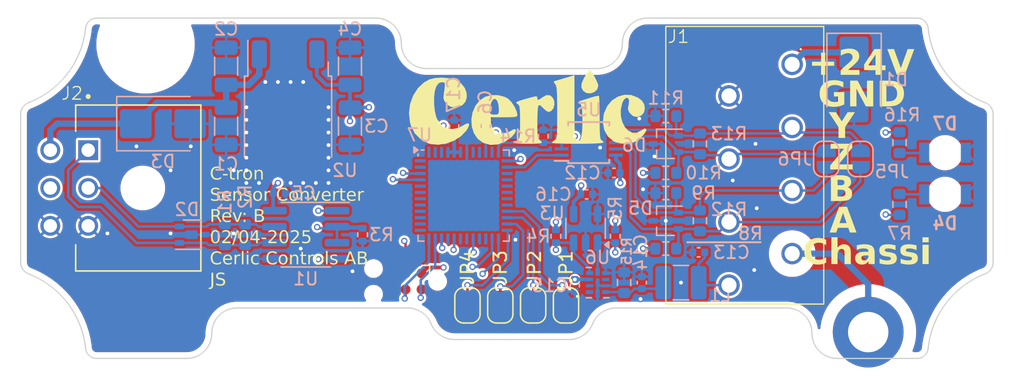
<source format=kicad_pcb>
(kicad_pcb (version 20241229) (generator "pcbnew") (generator_version "9.0")
  (layers (0 "F.Cu" signal) (4 "In1.Cu" signal) (6 "In2.Cu" signal) (2 "B.Cu" signal) (13 "F.Paste" user) (15 "B.Paste" user) (5 "F.SilkS" user "F.Silkscreen") (7 "B.SilkS" user "B.Silkscreen") (1 "F.Mask" user) (3 "B.Mask" user) (25 "Edge.Cuts" user))
  (net 0 "")
  (net 1 "+3V3")
  (net 2 "GND")
  (net 3 "Net-(D4-A)")
  (net 4 "/RS422/B")
  (net 5 "/RS422/A")
  (net 6 "/RS422/Z")
  (net 7 "/RS422/Y")
  (net 9 "/Processor/RST")
  (net 10 "Net-(D7-A)")
  (net 11 "+24V")
  (net 12 "Net-(JP1-A)")
  (net 13 "Net-(JP2-A)")
  (net 14 "C-tron_B")
  (net 15 "C-tron_A")
  (net 16 "Net-(JP3-A)")
  (net 17 "Net-(JP4-B)")
  (net 18 "Net-(U7-PB13)")
  (net 19 "Earth_Protective")
  (net 20 "Net-(U7-PB14)")
  (net 21 "/Processor/USART2_TX")
  (net 23 "/Processor/USART2_DE")
  (net 26 "/4-20mA/4-20mA_Input")
  (net 27 "Net-(U6-AIN0)")
  (net 36 "/Processor/USART1_DE")
  (net 39 "/Processor/USART1_RX")
  (net 42 "/Processor/USART1_TX")
  (net 45 "/Processor/USART2_RX")
  (net 60 "/Processor/SWCLK")
  (net 61 "/Processor/SWDIO")
  (net 62 "/4-20mA/SDA")
  (net 63 "/4-20mA/SCL")
  (footprint "MountingHole:MountingHole_3.2mm_M3_DIN965_Pad" (layer "F.Cu") (at 157.719818 105.320136)
    (property "Reference" "H2" (hide yes))
    (property "Value" "MountingHole_Pad")
  )
  (footprint "Jumper:SolderJumper-2_P1.3mm_Open_RoundedPad1.0x1.5mm" (layer "F.Cu") (at 126 103.2 90)
    (property "Reference" "JP4")
    (property "Value" "Jumper_2_Open")
  )
  (footprint "LT600_Adapter:1990067" (layer "F.Cu") (at 146.7 84.1 -90)
    (property "Reference" "J1")
    (property "Value" "1990067")
  )
  (footprint "Jumper:SolderJumper-2_P1.3mm_Open_RoundedPad1.0x1.5mm" (layer "F.Cu") (at 128.6 103.2 -90)
    (property "Reference" "JP3")
    (property "Value" "Jumper_2_Open")
  )
  (footprint "LOGO" (layer "F.Cu") (at 130.9 87.454657)
    (property "Reference" "G***" (hide yes))
    (property "Value" "LOGO" (hide yes))
  )
  (footprint "MountingHole:MountingHole_3.2mm_M3" (layer "F.Cu") (at 100.519818 82.520136)
    (property "Reference" "H1" (hide yes))
    (property "Value" "MountingHole")
  )
  (footprint "Connector:Tag-Connect_TC2030-IDC-NL_2x03_P1.27mm_Vertical" (layer "F.Cu") (at 121.1 101.3 180)
    (property "Reference" "J3" (hide yes))
    (property "Value" "Conn_ARM_SWD_TagConnect_TC2030-NL")
  )
  (footprint "Jumper:SolderJumper-2_P1.3mm_Open_RoundedPad1.0x1.5mm" (layer "F.Cu") (at 131.2 103.2 -90)
    (property "Reference" "JP2")
    (property "Value" "Jumper_2_Open")
  )
  (footprint "LT600_Adapter:0430450600" (layer "F.Cu") (at 95.945 93.925 90)
    (property "Reference" "J2")
    (property "Value" "0430450600")
  )
  (footprint "Jumper:SolderJumper-2_P1.3mm_Open_RoundedPad1.0x1.5mm" (layer "F.Cu") (at 133.8 103.2 -90)
    (property "Reference" "JP1")
    (property "Value" "Jumper_2_Open")
  )
  (footprint "Capacitor_SMD:C_0402_1005Metric" (layer "B.Cu") (at 111.1 94.3 180)
    (property "Reference" "C5")
    (property "Value" "100nF")
  )
  (footprint "Resistor_SMD:R_0402_1005Metric" (layer "B.Cu") (at 133 97.7275 -90)
    (property "Reference" "R4")
    (property "Value" "10k")
  )
  (footprint "Resistor_SMD:R_0603_1608Metric" (layer "B.Cu") (at 141.7 88.2 180)
    (property "Reference" "R11")
    (property "Value" "768R")
  )
  (footprint "Resistor_SMD:R_0603_1608Metric" (layer "B.Cu") (at 138.4 101.4 -90)
    (property "Reference" "R15")
    (property "Value" "100R/0.1%")
  )
  (footprint "Capacitor_SMD:C_0402_1005Metric" (layer "B.Cu") (at 137.6 92.7 180)
    (property "Reference" "C12")
    (property "Value" "100nF")
  )
  (footprint "Package_TO_SOT_SMD:SOT-23-5" (layer "B.Cu") (at 135.35 97.1 90)
    (property "Reference" "U3")
    (property "Value" "24CS256T-I/OT")
  )
  (footprint "Capacitor_SMD:C_0402_1005Metric" (layer "B.Cu") (at 135.4375 94.4 180)
    (property "Reference" "C16")
    (property "Value" "100nF")
  )
  (footprint "Resistor_SMD:R_0402_1005Metric" (layer "B.Cu") (at 117.7 97.6 -90)
    (property "Reference" "R3")
    (property "Value" "10k")
  )
  (footprint "Resistor_SMD:R_0603_1608Metric" (layer "B.Cu") (at 160.2 95.2 -90)
    (property "Reference" "R7")
    (property "Value" "768R")
  )
  (footprint "Diode_SMD:D_SMB" (layer "B.Cu") (at 101.9 88.8)
    (property "Reference" "D3")
    (property "Value" "SMBJ30A")
  )
  (footprint "Package_SO:TSSOP-10_3x3mm_P0.5mm" (layer "B.Cu") (at 135.6 90.3)
    (property "Reference" "U5")
    (property "Value" "ISL3176EIUZ")
  )
  (footprint "Capacitor_SMD:C_0402_1005Metric" (layer "B.Cu") (at 134.5 101.63 -90)
    (property "Reference" "C15")
    (property "Value" "100nF")
  )
  (footprint "Package_DFN_QFN:Texas_R-PUQFN-N10" (layer "B.Cu") (at 136.3 101.4 180)
    (property "Reference" "U6")
    (property "Value" "TLA2021IRUGR")
  )
  (footprint "Capacitor_SMD:C_0402_1005Metric" (layer "B.Cu") (at 139.8 101.4 90)
    (property "Reference" "C14")
    (property "Value" "100nF")
  )
  (footprint "Capacitor_SMD:C_1206_3216Metric" (layer "B.Cu") (at 116.7 89 90)
    (property "Reference" "C3")
    (property "Value" "10uF/50V")
  )
  (footprint "Capacitor_SMD:C_1206_3216Metric" (layer "B.Cu") (at 106.9 89 90)
    (property "Reference" "C1")
    (property "Value" "10uF/50V")
  )
  (footprint "LT600_Adapter:WL-SMRW" (layer "B.Cu") (at 163.8 91.1 180)
    (property "Reference" "D7")
    (property "Value" "156120VS75000")
  )
  (footprint "Capacitor_SMD:C_1206_3216Metric" (layer "B.Cu") (at 106.9 84.25 -90)
    (property "Reference" "C2")
    (property "Value" "10uF/50V")
  )
  (footprint "Resistor_SMD:R_0603_1608Metric" (layer "B.Cu") (at 141.7 92.7)
    (property "Reference" "R10")
    (property "Value" "768R")
  )
  (footprint "Resistor_SMD:R_0603_1608Metric" (layer "B.Cu") (at 160.2 90.3 90)
    (property "Reference" "R16")
    (property "Value" "768R")
  )
  (footprint "Resistor_SMD:R_0603_1608Metric" (layer "B.Cu") (at 141.7 94.3 180)
    (property "Reference" "R9")
    (property "Value" "768R")
  )
  (footprint "Inductor_SMD:L_1210_3225Metric" (layer "B.Cu") (at 142.9 101.4 180)
    (property "Reference" "L1")
    (property "Value" "4.7uH/2.2A")
  )
  (footprint "Capacitor_SMD:C_0402_1005Metric" (layer "B.Cu") (at 124.95 89 -90)
    (property "Reference" "C17")
    (property "Value" "100nF")
  )
  (footprint "Capacitor_SMD:C_0402_1005Metric" (layer "B.Cu") (at 144.3 99 180)
    (property "Reference" "C13")
    (property "Value" "100nF")
  )
  (footprint "Package_TO_SOT_SMD:SOT-323_SC-70" (layer "B.Cu") (at 104.2 97.6)
    (property "Reference" "D2")
    (property "Value" "12V")
  )
  (footprint "Package_SO:SOIC-8_3.9x4.9mm_P1.27mm" (layer "B.Cu") (at 113.2 97.6 180)
    (property "Reference" "U1")
    (property "Value" "THVD1400DR")
  )
  (footprint "Package_TO_SOT_SMD:SOT-323_SC-70" (layer "B.Cu") (at 141.7 90.4 180)
    (property "Reference" "D6")
    (property "Value" "12V")
  )
  (footprint "Resistor_SMD:R_0603_1608Metric" (layer "B.Cu") (at 141.7 98.7)
    (property "Reference" "R8")
    (property "Value" "768R")
  )
  (footprint "Diode_SMD:D_SMB" (layer "B.Cu") (at 156.6 85.3 -90)
    (property "Reference" "D1")
    (property "Value" "SMBJ30A")
  )
  (footprint "Resistor_SMD:R_0603_1608Metric" (layer "B.Cu") (at 106.8 97.6 -90)
    (property "Reference" "R1")
    (property "Value" "768R")
  )
  (footprint "Jumper:SolderJumper-2_P1.3mm_Open_RoundedPad1.0x1.5mm" (layer "B.Cu") (at 154.4 91.6 -90)
    (property "Reference" "JP6")
    (property "Value" "Jumper_2_Open")
  )
  (footprint "Resistor_SMD:R_0402_1005Metric" (layer "B.Cu") (at 137.7 97.7275 -90)
    (property "Reference" "R5")
    (property "Value" "10k")
  )
  (footprint "Resistor_SMD:R_0402_1005Metric" (layer "B.Cu") (at 132 89.8 -90)
    (property "Reference" "R14")
    (property "Value" "10k")
  )
  (footprint "Capacitor_SMD:C_1206_3216Metric" (layer "B.Cu") (at 116.7 84.25 -90)
    (property "Reference" "C4")
    (property "Value" "10uF/50V")
  )
  (footprint "Package_DFN_QFN:QFN-48-1EP_7x7mm_P0.5mm_EP5.6x5.6mm" (layer "B.Cu") (at 125.7 94.5 -90)
    (property "Reference" "U7")
    (property "Value" "STM32G0B1CEUx")
  )
  (footprint "Resistor_SMD:R_0603_1608Metric" (layer "B.Cu") (at 144.4 96.5 90)
    (property "Reference" "R12")
    (property "Value" "120R")
  )
  (footprint "Jumper:SolderJumper-2_P1.3mm_Open_RoundedPad1.0x1.5mm" (layer "B.Cu") (at 157.1 91.6 -90)
    (property "Reference" "JP5")
    (property "Value" "Jumper_2_Open")
  )
  (footprint "Resistor_SMD:R_0603_1608Metric" (layer "B.Cu") (at 108.4 97.6 -90)
    (property "Reference" "R2")
    (property "Value" "768R")
  )
  (footprint "LT600_Adapter:WL-SMRW" (layer "B.Cu") (at 163.8 94.4 180)
    (property "Reference" "D4")
    (property "Value" "156120VS75000")
  )
  (footprint "Package_TO_SOT_SMD:SOT-323_SC-70" (layer "B.Cu") (at 141.7 96.5 180)
    (property "Reference" "D5")
    (property "Value" "12V")
  )
  (footprint "Capacitor_SMD:C_0402_1005Metric" (layer "B.Cu") (at 127.45 89 -90)
    (property "Reference" "C6")
    (property "Value" "100nF")
  )
  (footprint "Resistor_SMD:R_0603_1608Metric" (layer "B.Cu") (at 144.4 90.4 90)
    (property "Reference" "R13")
    (property "Value" "120R")
  )
  (footprint "Package_TO_SOT_SMD:TO-252-2" (layer "B.Cu") (at 111.8 88.34 -90)
    (property "Reference" "U2")
    (property "Value" "LP2950CDTX-3.3/NOPB")
  )
  (gr_line (start 149.2 98.2) (end 143.4 98.2) (stroke (width 0.15)) (layer "B.SilkS"))
  (gr_arc (start 105.7653 105.407787) (mid 106.351091 103.993582) (end 107.7653 103.407787) (stroke (width 0.1)) (layer "Edge.Cuts"))
  (gr_arc (start 135.91125 104.657787) (mid 135.175235 105.566099) (end 134.057201 105.907787) (stroke (width 0.1)) (layer "Edge.Cuts"))
  (gr_line (start 118.7653 80.432224) (end 96.657858 80.432224) (stroke (width 0.1)) (layer "Edge.Cuts"))
  (gr_arc (start 91.270756 100.708653) (mid 94.35406 103.025471) (end 95.774753 106.611003) (stroke (width 0.1)) (layer "Edge.Cuts"))
  (gr_arc (start 96.657858 107.407787) (mid 96.063167 107.179135) (end 95.774753 106.611003) (stroke (width 0.1)) (layer "Edge.Cuts"))
  (gr_arc (start 90.632213 88.063747) (mid 90.807133 87.498688) (end 91.270756 87.131358) (stroke (width 0.1)) (layer "Edge.Cuts"))
  (gr_arc (start 155.2653 107.407787) (mid 153.851086 106.822001) (end 153.2653 105.407787) (stroke (width 0.1)) (layer "Edge.Cuts"))
  (gr_arc (start 135.91125 104.657787) (mid 136.647266 103.749475) (end 137.7653 103.407787) (stroke (width 0.1)) (layer "Edge.Cuts"))
  (gr_arc (start 166.969233 87.131358) (mid 167.432839 87.498706) (end 167.607776 88.063747) (stroke (width 0.1)) (layer "Edge.Cuts"))
  (gr_arc (start 124.973399 105.907787) (mid 123.855366 105.566099) (end 123.11935 104.657787) (stroke (width 0.1)) (layer "Edge.Cuts"))
  (gr_arc (start 162.465236 106.611003) (mid 162.176845 107.17915) (end 161.58213 107.407787) (stroke (width 0.1)) (layer "Edge.Cuts"))
  (gr_arc (start 95.774753 81.229008) (mid 96.063139 80.660843) (end 96.657858 80.432224) (stroke (width 0.1)) (layer "Edge.Cuts"))
  (gr_line (start 124.973399 105.907787) (end 134.057201 105.907787) (stroke (width 0.1)) (layer "Edge.Cuts"))
  (gr_arc (start 121.2653 103.407787) (mid 122.383336 103.749473) (end 123.11935 104.657787) (stroke (width 0.1)) (layer "Edge.Cuts"))
  (gr_arc (start 166.969233 87.131358) (mid 163.88593 84.81454) (end 162.465236 81.229008) (stroke (width 0.1)) (layer "Edge.Cuts"))
  (gr_line (start 167.607776 99.776264) (end 167.607776 88.063747) (stroke (width 0.1)) (layer "Edge.Cuts"))
  (gr_line (start 107.7653 103.407787) (end 121.2653 103.407787) (stroke (width 0.1)) (layer "Edge.Cuts"))
  (gr_arc (start 138.2653 82.432224) (mid 137.679514 83.846438) (end 136.2653 84.432224) (stroke (width 0.1)) (layer "Edge.Cuts"))
  (gr_arc (start 167.607776 99.776264) (mid 167.432839 100.341305) (end 166.969233 100.708653) (stroke (width 0.1)) (layer "Edge.Cuts"))
  (gr_line (start 136.2653 84.432224) (end 122.7653 84.432224) (stroke (width 0.1)) (layer "Edge.Cuts"))
  (gr_line (start 155.2653 107.407787) (end 161.58213 107.407787) (stroke (width 0.1)) (layer "Edge.Cuts"))
  (gr_arc (start 151.2653 103.407787) (mid 152.679514 103.993573) (end 153.2653 105.407787) (stroke (width 0.1)) (layer "Edge.Cuts"))
  (gr_arc (start 161.58213 80.432224) (mid 162.176844 80.660861) (end 162.465236 81.229008) (stroke (width 0.1)) (layer "Edge.Cuts"))
  (gr_arc (start 105.7653 105.407787) (mid 105.179518 106.822009) (end 103.7653 107.407787) (stroke (width 0.1)) (layer "Edge.Cuts"))
  (gr_line (start 96.657858 107.407787) (end 103.7653 107.407787) (stroke (width 0.1)) (layer "Edge.Cuts"))
  (gr_line (start 137.7653 103.407787) (end 151.2653 103.407787) (stroke (width 0.1)) (layer "Edge.Cuts"))
  (gr_arc (start 162.465236 106.611003) (mid 163.88593 103.025472) (end 166.969233 100.708653) (stroke (width 0.1)) (layer "Edge.Cuts"))
  (gr_arc (start 118.7653 80.432224) (mid 120.179512 81.018011) (end 120.7653 82.432224) (stroke (width 0.1)) (layer "Edge.Cuts"))
  (gr_arc (start 122.7653 84.432224) (mid 121.351089 83.846437) (end 120.7653 82.432224) (stroke (width 0.1)) (layer "Edge.Cuts"))
  (gr_arc (start 95.774753 81.229008) (mid 94.354057 84.814536) (end 91.270756 87.131358) (stroke (width 0.1)) (layer "Edge.Cuts"))
  (gr_arc (start 138.2653 82.432224) (mid 138.851086 81.01801) (end 140.2653 80.432224) (stroke (width 0.1)) (layer "Edge.Cuts"))
  (gr_arc (start 91.270756 100.708653) (mid 90.807158 100.341304) (end 90.632213 99.776264) (stroke (width 0.1)) (layer "Edge.Cuts"))
  (gr_line (start 161.58213 80.432224) (end 140.2653 80.432224) (stroke (width 0.1)) (layer "Edge.Cuts"))
  (gr_line (start 90.632213 88.063747) (end 90.632213 99.776264) (stroke (width 0.1)) (layer "Edge.Cuts"))
  (gr_text "GND" (at 160.7 86.6 0) (layer "F.SilkS") (effects (font (size 2 2) (thickness 0.4) (bold yes)) (justify right)))
  (gr_text "Chassi" (at 162.74187 99.1 0) (layer "F.SilkS") (effects (font (size 2 2) (thickness 0.4) (bold yes)) (justify right)))
  (gr_text "B" (at 156.645568 94.1 0) (layer "F.SilkS") (effects (font (size 2 2) (thickness 0.4) (bold yes)) (justify right)))
  (gr_text "Y" (at 156.643614 89.1 0) (layer "F.SilkS") (effects (font (size 2 2) (thickness 0.4) (bold yes)) (justify right)))
  (gr_text "C-tron\nSensor Converter\nRev: B\n02/04-2025\nCerlic Controls AB\nJS" (at 105.6 101.8 0) (layer "F.SilkS") (effects (font (size 1 1)) (justify left bottom)))
  (gr_text "Z" (at 156.618213 91.6 0) (layer "F.SilkS") (effects (font (size 2 2) (thickness 0.4) (bold yes)) (justify right)))
  (gr_text "+24V" (at 161.385833 84.1 0) (layer "F.SilkS") (effects (font (size 2 2) (thickness 0.4) (bold yes)) (justify right)))
  (gr_text "A" (at 156.813607 96.6 0) (layer "F.SilkS") (effects (font (size 2 2) (thickness 0.4) (bold yes)) (justify right)))
  (segment (start 122.37 100.665) (end 122.835 100.2) (width 0.3) (layer "F.Cu") (net 1))
  (segment (start 122.835 100.2) (end 124.1 100.2) (width 0.3) (layer "F.Cu") (net 1))
  (via (at 133 96.6) (size 0.5) (drill 0.3) (layers "F.Cu" "B.Cu") (net 1))
  (via (at 135 93.7) (size 0.5) (drill 0.3) (layers "F.Cu" "B.Cu") (net 1))
  (via (at 139.9 98.7) (size 0.5) (drill 0.3) (layers "F.Cu" "B.Cu") (net 1))
  (via (at 139.9 92.7) (size 0.5) (drill 0.3) (layers "F.Cu" "B.Cu") (net 1))
  (via (at 118.2 87.5) (size 0.5) (drill 0.3) (layers "F.Cu" "B.Cu") (net 1))
  (via (at 111 93.5) (size 0.5) (drill 0.3) (layers "F.Cu" "B.Cu") (net 1))
  (via (at 124.1 100.2) (size 0.5) (drill 0.3) (layers "F.Cu" "B.Cu") (net 1))
  (via (at 137.7 96.5) (size 0.5) (drill 0.3) (layers "F.Cu" "B.Cu") (net 1))
  (via (at 134.5 101.15) (size 0.5) (drill 0.3) (layers "F.Cu" "B.Cu") (net 1))
  (via (at 124.1 88.95) (size 0.5) (drill 0.3) (layers "F.Cu" "B.Cu") (net 1))
  (via (at 116.7 88.6) (size 0.5) (drill 0.3) (layers "F.Cu" "B.Cu") (net 1))
  (via (at 138.1 93.5) (size 0.5) (drill 0.3) (layers "F.Cu" "B.Cu") (net 1))
  (segment (start 134.9575 94.4) (end 134.9575 93.7425) (width 0.3) (layer "B.Cu") (net 1))
  (segment (start 116.7 85.725) (end 116.7 87.525) (width 0.3) (layer "B.Cu") (net 1))
  (segment (start 114.08 83.3) (end 114.08 84.98) (width 0.3) (layer "B.Cu") (net 1))
  (segment (start 114.825 85.725) (end 116.7 85.725) (width 0.3) (layer "B.Cu") (net 1))
  (segment (start 110.62 94.3) (end 110.62 95.59) (width 0.3) (layer "B.Cu") (net 1))
  (segment (start 137.75 91.3) (end 137.75 91.65) (width 0.3) (layer "B.Cu") (net 1))
  (segment (start 111 93.5) (end 110.62 93.88) (width 0.3) (layer "B.Cu") (net 1))
  (segment (start 134.9575 94.4425) (end 134.4 95) (width 0.3) (layer "B.Cu") (net 1))
  (segment (start 125.45 91.0625) (end 124.45 91.0625) (width 0.3) (layer "B.Cu") (net 1))
  (segment (start 124.1 89.206398) (end 124.373602 89.48) (width 0.3) (layer "B.Cu") (net 1))
  (segment (start 124.373602 89.48) (end 124.95 89.48) (width 0.3) (layer "B.Cu") (net 1))
  (segment (start 124.1 88.95) (end 124.1 89.206398) (width 0.3) (layer "B.Cu") (net 1))
  (segment (start 138.08 93.48) (end 138.1 93.5) (width 0.3) (layer "B.Cu") (net 1))
  (segment (start 133 97.2175) (end 133 96.6) (width 0.3) (layer "B.Cu") (net 1))
  (segment (start 134.9575 93.7425) (end 135 93.7) (width 0.3) (layer "B.Cu") (net 1))
  (segment (start 110.62 95.59) (end 110.725 95.695) (width 0.3) (layer "B.Cu") (net 1))
  (segment (start 124.95 89.48) (end 124.95 91.0625) (width 0.3) (layer "B.Cu") (net 1))
  (segment (start 134.9575 94.4) (end 134.9575 94.4425) (width 0.3) (layer "B.Cu") (net 1))
  (segment (start 140.875 98.7) (end 139.9 98.7) (width 0.3) (layer "B.Cu") (net 1))
  (segment (start 116.7 87.525) (end 118.175 87.525) (width 0.3) (layer "B.Cu") (net 1))
  (segment (start 110.62 93.88) (end 110.62 94.3) (width 0.3) (layer "B.Cu") (net 1))
  (segment (start 114.08 84.98) (end 114.825 85.725) (width 0.3) (layer "B.Cu") (net 1))
  (segment (start 118.175 87.525) (end 118.2 87.5) (width 0.3) (layer "B.Cu") (net 1))
  (segment (start 138.08 92.7) (end 138.08 93.48) (width 0.3) (layer "B.Cu") (net 1))
  (segment (start 134.4 95) (end 134.4 95.9625) (width 0.3) (layer "B.Cu") (net 1))
  (segment (start 134.5 101.15) (end 135.6625 101.15) (width 0.3) (layer "B.Cu") (net 1))
  (segment (start 137.7 97.2175) (end 137.7 96.5) (width 0.3) (layer "B.Cu") (net 1))
  (segment (start 137.75 91.65) (end 138.08 91.98) (width 0.3) (layer "B.Cu") (net 1))
  (segment (start 116.7 87.525) (end 116.7 88.6) (width 0.3) (layer "B.Cu") (net 1))
  (segment (start 140.875 92.7) (end 139.9 92.7) (width 0.3) (layer "B.Cu") (net 1))
  (segment (start 138.08 91.98) (end 138.08 92.7) (width 0.3) (layer "B.Cu") (net 1))
  (via (at 102.5 92.5) (size 0.5) (drill 0.3) (layers "F.Cu" "B.Cu") (net 2))
  (via (at 139.9 94) (size 0.5) (drill 0.3) (layers "F.Cu" "B.Cu") (net 2))
  (via (at 148.7 100.4) (size 0.5) (drill 0.3) (layers "F.Cu" "B.Cu") (net 2))
  (via (at 111 85.5) (size 0.5) (drill 0.3) (layers "F.Cu" "B.Cu") (net 2))
  (via (at 108.5 93.5) (size 0.5) (drill 0.3) (layers "F.Cu" "B.Cu") (net 2))
  (via (at 115 92.5) (size 0.5) (drill 0.3) (layers "F.Cu" "B.Cu") (net 2))
  (via (at 115 89.5) (size 0.5) (drill 0.3) (layers "F.Cu" "B.Cu") (net 2))
  (via (at 107.5 92.5) (size 0.5) (drill 0.3) (layers "F.Cu" "B.Cu") (net 2))
  (via (at 108.5 88.5) (size 0.5) (drill 0.3) (layers "F.Cu" "B.Cu") (net 2))
  (via (at 107.5 97.5) (size 0.5) (drill 0.3) (layers "F.Cu" "B.Cu") (net 2))
  (via (at 139.6 88.4) (size 0.5) (drill 0.3) (layers "F.Cu" "B.Cu") (net 2))
  (via (at 136.5 90.7) (size 0.5) (drill 0.3) (layers "F.Cu" "B.Cu") (net 2))
  (via (at 147 93.3) (size 0.5) (drill 0.3) (layers "F.Cu" "B.Cu") (net 2))
  (via (at 141.7 96.5) (size 0.5) (drill 0.3) (layers "F.Cu" "B.Cu") (net 2))
  (via (at 112.8 98.7) (size 0.5) (drill 0.3) (layers "F.Cu" "B.Cu") (net 2))
  (via (at 109.5 93.5) (size 0.5) (drill 0.3) (layers "F.Cu" "B.Cu") (net 2))
  (via (at 148.9 95.5) (size 0.5) (drill 0.3) (layers "F.Cu" "B.Cu") (net 2))
  (via (at 104.1 90.6) (size 0.5) (drill 0.3) (layers "F.Cu" "B.Cu") (net 2))
  (via (at 129.8 98) (size 0.5) (drill 0.3) (layers "F.Cu" "B.Cu") (net 2))
  (via (at 108.5 91.5) (size 0.5) (drill 0.3) (layers "F.Cu" "B.Cu") (net 2))
  (via (at 148.8 90.4) (size 0.5) (drill 0.3) (layers "F.Cu" "B.Cu") (net 2))
  (via (at 108.5 92.5) (size 0.5) (drill 0.3) (layers "F.Cu" "B.Cu") (net 2))
  (via (at 99.8 90.6) (size 0.5) (drill 0.3) (layers "F.Cu" "B.Cu") (net 2))
  (via (at 129.7 90.9) (size 0.5) (drill 0.3) (layers "F.Cu" "B.Cu") (net 2))
  (via (at 108.5 90.5) (size 0.5) (drill 0.3) (layers "F.Cu" "B.Cu") (net 2))
  (via (at 115 88.5) (size 0.5) (drill 0.3) (layers "F.Cu" "B.Cu") (net 2))
  (via (at 115 93.5) (size 0.5) (drill 0.3) (layers "F.Cu" "B.Cu") (net 2))
  (via (at 139.7 102.7) (size 0.5) (drill 0.3) (layers "F.Cu" "B.Cu") (net 2))
  (via (at 113 93.5) (size 0.5) (drill 0.3) (layers "F.Cu" "B.Cu") (net 2))
  (via (at 110 85.5) (size 0.5) (drill 0.3) (layers "F.Cu" "B.Cu") (net 2))
  (via (at 116.9 100.5) (size 0.5) (drill 0.3) (layers "F.Cu" "B.Cu") (net 2))
  (via (at 113 85.5) (size 0.5) (drill 0.3) (layers "F.Cu" "B.Cu") (net 2))
  (via (at 142.9 101.4) (size 0.5) (drill 0.3) (layers "F.Cu" "B.Cu") (net 2))
  (via (at 97.5 97.5) (size 0.5) (drill 0.3) (layers "F.Cu" "B.Cu") (net 2))
  (via (at 112 93.5) (size 0.5) (drill 0.3) (layers "F.Cu" "B.Cu") (net 2))
  (via (at 115 87.5) (size 0.5) (drill 0.3) (layers "F.Cu" "B.Cu") (net 2))
  (via (at 108.5 89.5) (size 0.5) (drill 0.3) (layers "F.Cu" "B.Cu") (net 2))
  (via (at 108.5 87.5) (size 0.5) (drill 0.3) (layers "F.Cu" "B.Cu") (net 2))
  (via (at 115 91.5) (size 0.5) (drill 0.3) (layers "F.Cu" "B.Cu") (net 2))
  (via (at 140.8 91.4) (size 0.5) (drill 0.3) (layers "F.Cu" "B.Cu") (net 2))
  (via (at 114 93.5) (size 0.5) (drill 0.3) (layers "F.Cu" "B.Cu") (net 2))
  (via (at 112 85.5) (size 0.5) (drill 0.3) (layers "F.Cu" "B.Cu") (net 2))
  (via (at 115 90.5) (size 0.5) (drill 0.3) (layers "F.Cu" "B.Cu") (net 2))
  (via (at 102.5 97.5) (size 0.5) (drill 0.3) (layers "F.Cu" "B.Cu") (net 2))
  (segment (start 125.95 91.0625) (end 125.95 94.25) (width 0.2) (layer "B.Cu") (net 2))
  (segment (start 125.95 94.25) (end 125.7 94.5) (width 0.2) (layer "B.Cu") (net 2))
  (segment (start 125.95 91.0625) (end 125.95 90.1) (width 0.2) (layer "B.Cu") (net 2))
  (segment (start 160.225 94.4) (end 160.2 94.375) (width 0.2) (layer "B.Cu") (net 3))
  (segment (start 162.15 94.4) (end 160.225 94.4) (width 0.2) (layer "B.Cu") (net 3))
  (segment (start 144.225 95.85) (end 144.4 95.675) (width 0.2) (layer "B.Cu") (net 4))
  (segment (start 144.4 94.6) (end 144.9 94.1) (width 0.2) (layer "B.Cu") (net 4))
  (segment (start 153.4 94.1) (end 151.7 94.1) (width 0.2) (layer "B.Cu") (net 4))
  (segment (start 138.6 90.3) (end 137.75 90.3) (width 0.2) (layer "B.Cu") (net 4))
  (segment (start 139.3 91) (end 138.6 90.3) (width 0.2) (layer "B.Cu") (net 4))
  (segment (start 144.4 95.675) (end 144.4 94.6) (width 0.2) (layer "B.Cu") (net 4))
  (segment (start 139.3 94.6) (end 139.3 91) (width 0.2) (layer "B.Cu") (net 4))
  (segment (start 140.55 95.85) (end 139.3 94.6) (width 0.2) (layer "B.Cu") (net 4))
  (segment (start 142.525 95.675) (end 142.7 95.85) (width 0.2) (layer "B.Cu") (net 4))
  (segment (start 142.525 94.3) (end 142.525 95.675) (width 0.2) (layer "B.Cu") (net 4))
  (segment (start 142.7 95.85) (end 144.225 95.85) (width 0.2) (layer "B.Cu") (net 4))
  (segment (start 144.9 94.1) (end 151.7 94.1) (width 0.2) (layer "B.Cu") (net 4))
  (segment (start 154.4 92.25) (end 154.4 93.1) (width 0.2) (layer "B.Cu") (net 4))
  (segment (start 142.7 95.85) (end 140.55 95.85) (width 0.2) (layer "B.Cu") (net 4))
  (segment (start 154.4 93.1) (end 153.4 94.1) (width 0.2) (layer "B.Cu") (net 4))
  (segment (start 137.75 90.8) (end 138.525 90.8) (width 0.2) (layer "B.Cu") (net 5))
  (segment (start 142.7 98.525) (end 142.525 98.7) (width 0.2) (layer "B.Cu") (net 5))
  (segment (start 145.975 97.325) (end 146.7 96.6) (width 0.2) (layer "B.Cu") (net 5))
  (segment (start 139.85 97.15) (end 142.7 97.15) (width 0.2) (layer "B.Cu") (net 5))
  (segment (start 144.4 97.325) (end 145.975 97.325) (width 0.2) (layer "B.Cu") (net 5))
  (segment (start 138.9 91.175) (end 138.9 96.2) (width 0.2) (layer "B.Cu") (net 5))
  (segment (start 138.9 96.2) (end 139.85 97.15) (width 0.2) (layer "B.Cu") (net 5))
  (segment (start 157.1 93.4) (end 153.9 96.6) (width 0.2) (layer "B.Cu") (net 5))
  (segment (start 153.9 96.6) (end 146.7 96.6) (width 0.2) (layer "B.Cu") (net 5))
  (segment (start 142.7 97.15) (end 144.225 97.15) (width 0.2) (layer "B.Cu") (net 5))
  (segment (start 157.1 92.25) (end 157.1 93.4) (width 0.2) (layer "B.Cu") (net 5))
  (segment (start 142.7 97.15) (end 142.7 98.525) (width 0.2) (layer "B.Cu") (net 5))
  (segment (start 144.225 97.15) (end 144.4 97.325) (width 0.2) (layer "B.Cu") (net 5))
  (segment (start 138.525 90.8) (end 138.9 91.175) (width 0.2) (layer "B.Cu") (net 5))
  (segment (start 142.7 92.525) (end 142.525 92.7) (width 0.2) (layer "B.Cu") (net 6))
  (segment (start 154.15 91.2) (end 154.4 90.95) (width 0.2) (layer "B.Cu") (net 6))
  (segment (start 137.75 89.8) (end 141.45 89.8) (width 0.2) (layer "B.Cu") (net 6))
  (segment (start 144.475 91.3) (end 144.4 91.225) (width 0.2) (layer "B.Cu") (net 6))
  (segment (start 141.45 89.8) (end 142.7 91.05) (width 0.2) (layer "B.Cu") (net 6))
  (segment (start 146.7 91.6) (end 146.4 91.3) (width 0.2) (layer "B.Cu") (net 6))
  (segment (start 144.225 91.05) (end 144.4 91.225) (width 0.2) (layer "B.Cu") (net 6))
  (segment (start 142.7 91.05) (end 144.225 91.05) (width 0.2) (layer "B.Cu") (net 6))
  (segment (start 146.4 91.3) (end 144.475 91.3) (width 0.2) (layer "B.Cu") (net 6))
  (segment (start 146.7 91.6) (end 147.1 91.2) (width 0.2) (layer "B.Cu") (net 6))
  (segment (start 147.1 91.2) (end 154.15 91.2) (width 0.2) (layer "B.Cu") (net 6))
  (segment (start 142.7 91.05) (end 142.7 92.525) (width 0.2) (layer "B.Cu") (net 6))
  (segment (start 142.05 89.75) (end 142.7 89.75) (width 0.2) (layer "B.Cu") (net 7))
  (segment (start 137.75 89.3) (end 141.6 89.3) (width 0.2) (layer "B.Cu") (net 7))
  (segment (start 157.1 90.3) (end 156.3 89.5) (width 0.2) (layer "B.Cu") (net 7))
  (segment (start 142.525 88.2) (end 142.525 89.575) (width 0.2) (layer "B.Cu") (net 7))
  (segment (start 156.3 89.5) (end 152.1 89.5) (width 0.2) (layer "B.Cu") (net 7))
  (segment (start 144.225 89.75) (end 144.4 89.575) (width 0.2) (layer "B.Cu") (net 7))
  (segment (start 142.525 89.575) (end 142.7 89.75) (width 0.2) (layer "B.Cu") (net 7))
  (segment (start 157.1 90.95) (end 157.1 90.3) (width 0.2) (layer "B.Cu") (net 7))
  (segment (start 152.1 89.5) (end 151.7 89.1) (width 0.2) (layer "B.Cu") (net 7))
  (segment (start 144.4 89.575) (end 151.225 89.575) (width 0.2) (layer "B.Cu") (net 7))
  (segment (start 151.225 89.575) (end 151.7 89.1) (width 0.2) (layer "B.Cu") (net 7))
  (segment (start 141.6 89.3) (end 142.05 89.75) (width 0.2) (layer "B.Cu") (net 7))
  (segment (start 142.7 89.75) (end 144.225 89.75) (width 0.2) (layer "B.Cu") (net 7))
  (segment (start 121.1 98.2) (end 121 98.1) (width 0.2) (layer "F.Cu") (net 9))
  (segment (start 121.1 100.665) (end 121.1 98.2) (width 0.2) (layer "F.Cu") (net 9))
  (via (at 121 98.1) (size 0.5) (drill 0.3) (layers "F.Cu" "B.Cu") (net 9))
  (via (at 128.25 89.5) (size 0.5) (drill 0.3) (layers "F.Cu" "B.Cu") (net 9))
  (segment (start 127.45 89.48) (end 127.5 89.48) (width 0.2) (layer "B.Cu") (net 9))
  (segment (start 127.45 89.48) (end 127.45 91.0625) (width 0.2) (layer "B.Cu") (net 9))
  (segment (start 127.47 89.5) (end 127.45 89.48) (width 0.2) (layer "B.Cu") (net 9))
  (segment (start 128.25 89.5) (end 127.47 89.5) (width 0.2) (layer "B.Cu") (net 9))
  (segment (start 162.125 91.125) (end 162.15 91.1) (width 0.2) (layer "B.Cu") (net 10))
  (segment (start 160.2 91.125) (end 162.125 91.125) (width 0.2) (layer "B.Cu") (net 10))
  (segment (start 151.7 84.1) (end 152.65 83.15) (width 0.5) (layer "B.Cu") (net 11))
  (segment (start 92.98 89.32) (end 93.5 88.8) (width 0.5) (layer "B.Cu") (net 11))
  (segment (start 108.675 85.725) (end 106.9 85.725) (width 0.5) (layer "B.Cu") (net 11))
  (segment (start 93.5 88.8) (end 99.75 88.8) (width 0.5) (layer "B.Cu") (net 11))
  (segment (start 109.52 84.88) (end 108.675 85.725) (width 0.5) (layer "B.Cu") (net 11))
  (segment (start 99.75 88.8) (end 101.4 87.15) (width 0.5) (layer "B.Cu") (net 11))
  (segment (start 106.525 87.15) (end 106.9 87.525) (width 0.5) (layer "B.Cu") (net 11))
  (segment (start 106.9 85.725) (end 106.9 87.525) (width 0.5) (layer "B.Cu") (net 11))
  (segment (start 109.52 83.3) (end 109.52 84.88) (width 0.5) (layer "B.Cu") (net 11))
  (segment (start 152.65 83.15) (end 156.6 83.15) (width 0.5) (layer "B.Cu") (net 11))
  (segment (start 92.98 90.9) (end 92.98 89.32) (width 0.5) (layer "B.Cu") (net 11))
  (segment (start 101.4 87.15) (end 106.525 87.15) (width 0.5) (layer "B.Cu") (net 11))
  (segment (start 133.8 101.9) (end 133.5 101.6) (width 0.2) (layer "F.Cu") (net 12))
  (segment (start 133.8 102.55) (end 133.8 101.9) (width 0.2) (layer "F.Cu") (net 12))
  (via (at 133.5 101.6) (size 0.5) (drill 0.3) (layers "F.Cu" "B.Cu") (net 12))
  (segment (start 132.5 101.6) (end 131.7 100.8) (width 0.2) (layer "B.Cu") (net 12))
  (segment (start 130.45 95.75) (end 129.1375 95.75) (width 0.2) (layer "B.Cu") (net 12))
  (segment (start 131.7 97) (end 130.45 95.75) (width 0.2) (layer "B.Cu") (net 12))
  (segment (start 131.7 100.8) (end 131.7 97) (width 0.2) (layer "B.Cu") (net 12))
  (segment (start 133.5 101.6) (end 132.5 101.6) (width 0.2) (layer "B.Cu") (net 12))
  (segment (start 131.2 102.55) (end 131.2 101.6) (width 0.2) (layer "F.Cu") (net 13))
  (via (at 131.2 101.6) (size 0.5) (drill 0.3) (layers "F.Cu" "B.Cu") (net 13))
  (segment (start 131.2 97.1) (end 130.35 96.25) (width 0.2) (layer "B.Cu") (net 13))
  (segment (start 130.35 96.25) (end 129.1375 96.25) (width 0.2) (layer "B.Cu") (net 13))
  (segment (start 131.2 101.6) (end 131.2 97.1) (width 0.2) (layer "B.Cu") (net 13))
  (segment (start 109.465 96.965) (end 109.275 96.775) (width 0.2) (layer "B.Cu") (net 14))
  (segment (start 105.525 96.775) (end 106.8 96.775) (width 0.2) (layer "B.Cu") (net 14))
  (segment (start 110.725 96.965) (end 109.465 96.965) (width 0.2) (layer "B.Cu") (net 14))
  (segment (start 109.275 96.775) (end 108.4 96.775) (width 0.2) (layer "B.Cu") (net 14))
  (segment (start 108.4 96.775) (end 106.8 96.775) (width 0.2) (layer "B.Cu") (net 14))
  (segment (start 103.2 96.95) (end 105.35 96.95) (width 0.2) (layer "B.Cu") (net 14))
  (segment (start 96.9 93.9) (end 95.98 93.9) (width 0.2) (layer "B.Cu") (net 14))
  (segment (start 105.35 96.95) (end 105.525 96.775) (width 0.2) (layer "B.Cu") (net 14))
  (segment (start 103.2 96.95) (end 99.95 96.95) (width 0.2) (layer "B.Cu") (net 14))
  (segment (start 99.95 96.95) (end 96.9 93.9) (width 0.2) (layer "B.Cu") (net 14))
  (segment (start 108.4 98.425) (end 106.8 98.425) (width 0.2) (layer "B.Cu") (net 15))
  (segment (start 109.375 98.425) (end 108.4 98.425) (width 0.2) (layer "B.Cu") (net 15))
  (segment (start 105.35 98.25) (end 105.525 98.425) (width 0.2) (layer "B.Cu") (net 15))
  (segment (start 105.525 98.425) (end 106.8 98.425) (width 0.2) (layer "B.Cu") (net 15))
  (segment (start 94.4 94.6) (end 95.2 95.4) (width 0.2) (layer "B.Cu") (net 15))
  (segment (start 96.957157 95.4) (end 99.807157 98.25) (width 0.2) (layer "B.Cu") (net 15))
  (segment (start 99.807157 98.25) (end 103.2 98.25) (width 0.2) (layer "B.Cu") (net 15))
  (segment (start 103.2 98.25) (end 105.35 98.25) (width 0.2) (layer "B.Cu") (net 15))
  (segment (start 95.98 90.9) (end 94.4 92.48) (width 0.2) (layer "B.Cu") (net 15))
  (segment (start 110.725 98.235) (end 109.565 98.235) (width 0.2) (layer "B.Cu") (net 15))
  (segment (start 109.565 98.235) (end 109.375 98.425) (width 0.2) (layer "B.Cu") (net 15))
  (segment (start 94.4 92.48) (end 94.4 94.6) (width 0.2) (layer "B.Cu") (net 15))
  (segment (start 95.2 95.4) (end 96.957157 95.4) (width 0.2) (layer "B.Cu") (net 15))
  (segment (start 128.6 102.55) (end 128.6 101.7) (width 0.2) (layer "F.Cu") (net 16))
  (via (at 128.6 101.7) (size 0.5) (drill 0.3) (layers "F.Cu" "B.Cu") (net 16))
  (segment (start 129.85 96.75) (end 129.1375 96.75) (width 0.2) (layer "B.Cu") (net 16))
  (segment (start 130.4 100.8) (end 130.4 97.3) (width 0.2) (layer "B.Cu") (net 16))
  (segment (start 130.4 97.3) (end 129.85 96.75) (width 0.2) (layer "B.Cu") (net 16))
  (segment (start 128.6 101.7) (end 129.5 101.7) (width 0.2) (layer "B.Cu") (net 16))
  (segment (start 129.5 101.7) (end 130.4 100.8) (width 0.2) (layer "B.Cu") (net 16))
  (segment (start 126 102.55) (end 126 101.6) (width 0.2) (layer "F.Cu") (net 17))
  (via (at 126 101.6) (size 0.5) (drill 0.3) (layers "F.Cu" "B.Cu") (net 17))
  (segment (start 129.2 99.6) (end 129.2 97.3125) (width 0.2) (layer "B.Cu") (net 17))
  (segment (start 129.2 97.3125) (end 129.1375 97.25) (width 0.2) (layer "B.Cu") (net 17))
  (segment (start 127.2 101.6) (end 129.2 99.6) (width 0.2) (layer "B.Cu") (net 17))
  (segment (start 126 101.6) (end 127.2 101.6) (width 0.2) (layer "B.Cu") (net 17))
  (via (at 159.1 96) (size 0.5) (drill 0.3) (layers "F.Cu" "B.Cu") (net 18))
  (via (at 127.2 100.7) (size 0.5) (drill 0.3) (layers "F.Cu" "B.Cu") (net 18))
  (segment (start 160.2 96.025) (end 159.125 96.025) (width 0.2) (layer "B.Cu") (net 18))
  (segment (start 127.2 100.7) (end 128.45 99.45) (width 0.2) (layer "B.Cu") (net 18))
  (segment (start 128.45 99.45) (end 128.45 97.9375) (width 0.2) (layer "B.Cu") (net 18))
  (segment (start 159.125 96.025) (end 159.1 96) (width 0.2) (layer "B.Cu") (net 18))
  (segment (start 151.7 99.1) (end 155.3 99.1) (width 0.5) (layer "B.Cu") (net 19))
  (segment (start 155.3 99.1) (end 157.719818 101.519818) (width 0.5) (layer "B.Cu") (net 19))
  (segment (start 157.719818 101.519818) (end 157.719818 105.320136) (width 0.5) (layer "B.Cu") (net 19))
  (via (at 159.1 89.5) (size 0.5) (drill 0.3) (layers "F.Cu" "B.Cu") (net 20))
  (via (at 126.4 100.15) (size 0.5) (drill 0.3) (layers "F.Cu" "B.Cu") (net 20))
  (segment (start 126.4 100.15) (end 126.75 100.15) (width 0.2) (layer "B.Cu") (net 20))
  (segment (start 159.125 89.475) (end 159.1 89.5) (width 0.2) (layer "B.Cu") (net 20))
  (segment (start 126.75 100.15) (end 127.95 98.95) (width 0.2) (layer "B.Cu") (net 20))
  (segment (start 160.2 89.475) (end 159.125 89.475) (width 0.2) (layer "B.Cu") (net 20))
  (segment (start 127.95 98.95) (end 127.95 97.9375) (width 0.2) (layer "B.Cu") (net 20))
  (via (at 130.2 91.6) (size 0.5) (drill 0.3) (layers "F.Cu" "B.Cu") (net 21))
  (via (at 134.5 89.8) (size 0.5) (drill 0.3) (layers "F.Cu" "B.Cu") (net 21))
  (segment (start 129.1375 91.75) (end 130.05 91.75) (width 0.2) (layer "B.Cu") (net 21))
  (segment (start 130.05 91.75) (end 130.2 91.6) (width 0.2) (layer "B.Cu") (net 21))
  (segment (start 134.5 89.8) (end 133.45 89.8) (width 0.2) (layer "B.Cu") (net 21))
  (segment (start 132.01 90.3) (end 132 90.31) (width 0.2) (layer "B.Cu") (net 23))
  (segment (start 128.45 91.0625) (end 128.45 90.55) (width 0.2) (layer "B.Cu") (net 23))
  (segment (start 128.69 90.31) (end 132 90.31) (width 0.2) (layer "B.Cu") (net 23))
  (segment (start 128.45 90.55) (end 128.69 90.31) (width 0.2) (layer "B.Cu") (net 23))
  (segment (start 133.45 90.3) (end 132.01 90.3) (width 0.2) (layer "B.Cu") (net 23))
  (segment (start 133.45 90.3) (end 133.45 90.8) (width 0.2) (layer "B.Cu") (net 23))
  (segment (start 144.3 99.9) (end 144.3 101.4) (width 0.2) (layer "B.Cu") (net 26))
  (segment (start 146.7 101.6) (end 144.5 101.6) (width 0.2) (layer "B.Cu") (net 26))
  (segment (start 144.78 99) (end 144.78 99.42) (width 0.2) (layer "B.Cu") (net 26))
  (segment (start 144.78 99.42) (end 144.3 99.9) (width 0.2) (layer "B.Cu") (net 26))
  (segment (start 144.5 101.6) (end 144.3 101.4) (width 0.2) (layer "B.Cu") (net 26))
  (segment (start 138.325 102.15) (end 138.4 102.225) (width 0.2) (layer "B.Cu") (net 27))
  (segment (start 136.9375 102.15) (end 138.325 102.15) (width 0.2) (layer "B.Cu") (net 27))
  (segment (start 139.22 101.88) (end 139.8 101.88) (width 0.2) (layer "B.Cu") (net 27))
  (segment (start 141.02 101.88) (end 141.5 101.4) (width 0.2) (layer "B.Cu") (net 27))
  (segment (start 138.4 102.225) (end 138.875 102.225) (width 0.2) (layer "B.Cu") (net 27))
  (segment (start 138.875 102.225) (end 139.22 101.88) (width 0.2) (layer "B.Cu") (net 27))
  (segment (start 139.8 101.88) (end 141.02 101.88) (width 0.2) (layer "B.Cu") (net 27))
  (via (at 124 98.649509) (size 0.5) (drill 0.3) (layers "F.Cu" "B.Cu") (net 36))
  (via (at 114.1 97) (size 0.5) (drill 0.3) (layers "F.Cu" "B.Cu") (net 36))
  (segment (start 115.675 96.965) (end 117.575 96.965) (width 0.2) (layer "B.Cu") (net 36))
  (segment (start 114.19 97.09) (end 117.7 97.09) (width 0.2) (layer "B.Cu") (net 36))
  (segment (start 123.95 98.599509) (end 123.95 97.9375) (width 0.2) (layer "B.Cu") (net 36))
  (segment (start 124 98.649509) (end 123.95 98.599509) (width 0.2) (layer "B.Cu") (net 36))
  (segment (start 117.575 96.965) (end 117.7 97.09) (width 0.2) (layer "B.Cu") (net 36))
  (segment (start 115.675 96.965) (end 115.675 98.235) (width 0.2) (layer "B.Cu") (net 36))
  (segment (start 114.1 97) (end 114.19 97.09) (width 0.2) (layer "B.Cu") (net 36))
  (via (at 114.2 95.7) (size 0.5) (drill 0.3) (layers "F.Cu" "B.Cu") (net 39))
  (via (at 124.9 98.8) (size 0.5) (drill 0.3) (layers "F.Cu" "B.Cu") (net 39))
  (segment (start 114.2 95.7) (end 115.67 95.7) (width 0.2) (layer "B.Cu") (net 39))
  (segment (start 124.95 98.75) (end 124.9 98.8) (width 0.2) (layer "B.Cu") (net 39))
  (segment (start 124.95 97.9375) (end 124.95 98.75) (width 0.2) (layer "B.Cu") (net 39))
  (segment (start 115.67 95.7) (end 115.675 95.695) (width 0.2) (layer "B.Cu") (net 39))
  (via (at 114.195193 99.544779) (size 0.5) (drill 0.3) (layers "F.Cu" "B.Cu") (net 42))
  (via (at 126.5 99) (size 0.5) (drill 0.3) (layers "F.Cu" "B.Cu") (net 42))
  (segment (start 126.45 97.9375) (end 126.45 98.95) (width 0.2) (layer "B.Cu") (net 42))
  (segment (start 115.629 99.551) (end 115.675 99.505) (width 0.2) (layer "B.Cu") (net 42))
  (segment (start 114.195193 99.544779) (end 114.201414 99.551) (width 0.2) (layer "B.Cu") (net 42))
  (segment (start 114.201414 99.551) (end 115.629 99.551) (width 0.2) (layer "B.Cu") (net 42))
  (segment (start 126.45 98.95) (end 126.5 99) (width 0.2) (layer "B.Cu") (net 42))
  (segment (start 133.45 91.3) (end 131.5 91.3) (width 0.2) (layer "B.Cu") (net 45))
  (segment (start 131.5 91.3) (end 130.55 92.25) (width 0.2) (layer "B.Cu") (net 45))
  (segment (start 130.55 92.25) (end 129.1375 92.25) (width 0.2) (layer "B.Cu") (net 45))
  (segment (start 121.1 101.935) (end 121.1 102.59093) (width 0.2) (layer "F.Cu") (net 60))
  (segment (start 121.1 102.59093) (end 121.033143 102.657787) (width 0.2) (layer "F.Cu") (net 60))
  (via (at 121.033143 102.657787) (size 0.5) (drill 0.3) (layers "F.Cu" "B.Cu") (net 60))
  (segment (start 122.95 99.75) (end 122.4 100.3) (width 0.2) (layer "B.Cu") (net 60))
  (segment (start 121.033143 101.666857) (end 121.033143 102.657787) (width 0.2) (layer "B.Cu") (net 60))
  (segment (start 122.4 100.3) (end 121.033143 101.666857) (width 0.2) (layer "B.Cu") (net 60))
  (segment (start 122.95 97.9375) (end 122.95 99.75) (width 0.2) (layer "B.Cu") (net 60))
  (segment (start 122.3 102.6) (end 122.3 102.005) (width 0.2) (layer "F.Cu") (net 61))
  (segment (start 122.3 102.005) (end 122.37 101.935) (width 0.2) (layer "F.Cu") (net 61))
  (via (at 122.3 102.6) (size 0.5) (drill 0.3) (layers "F.Cu" "B.Cu") (net 61))
  (segment (start 122.3 101.2) (end 123.45 100.05) (width 0.2) (layer "B.Cu") (net 61))
  (segment (start 123.45 100.05) (end 123.45 97.9375) (width 0.2) (layer "B.Cu") (net 61))
  (segment (start 122.3 102.6) (end 122.3 101.2) (width 0.2) (layer "B.Cu") (net 61))
  (via (at 120.9 92.7) (size 0.5) (drill 0.3) (layers "F.Cu" "B.Cu") (net 62))
  (via (at 133 98.8) (size 0.5) (drill 0.3) (layers "F.Cu" "B.Cu") (net 62))
  (segment (start 120.95 92.75) (end 120.9 92.7) (width 0.2) (layer "B.Cu") (net 62))
  (segment (start 133 98.2375) (end 134.4 98.2375) (width 0.2) (layer "B.Cu") (net 62))
  (segment (start 122.2625 92.75) (end 120.95 92.75) (width 0.2) (layer "B.Cu") (net 62))
  (segment (start 134.4 99) (end 134.4 98.2375) (width 0.2) (layer "B.Cu") (net 62))
  (segment (start 135.6625 100.65) (end 135.6625 100.2625) (width 0.2) (layer "B.Cu") (net 62))
  (segment (start 133 98.2375) (end 133 98.8) (width 0.2) (layer "B.Cu") (net 62))
  (segment (start 135.6625 100.2625) (end 134.4 99) (width 0.2) (layer "B.Cu") (net 62))
  (via (at 137.7 99) (size 0.5) (drill 0.3) (layers "F.Cu" "B.Cu") (net 63))
  (via (at 120.1 93.2) (size 0.5) (drill 0.3) (layers "F.Cu" "B.Cu") (net 63))
  (segment (start 137.7 98.2375) (end 136.3 98.2375) (width 0.2) (layer "B.Cu") (net 63))
  (segment (start 136.3 98.2375) (end 136.3 100.54) (width 0.2) (layer "B.Cu") (net 63))
  (segment (start 120.15 93.25) (end 120.1 93.2) (width 0.2) (layer "B.Cu") (net 63))
  (segment (start 122.2625 93.25) (end 120.15 93.25) (width 0.2) (layer "B.Cu") (net 63))
  (segment (start 137.7 98.2375) (end 137.7 99) (width 0.2) (layer "B.Cu") (net 63))
  (zone (net 2) (net_name "GND") (layers "F.Cu" "B.Cu" "In1.Cu") (connect_pads (clearance 0.2)) (min_thickness 0.2) (fill yes (thermal_gap 0.2) (thermal_bridge_width 0.2))
    (polygon (pts (xy 90 80) (xy 168 80) (xy 168 109) (xy 90 109)))
  )
)
</source>
